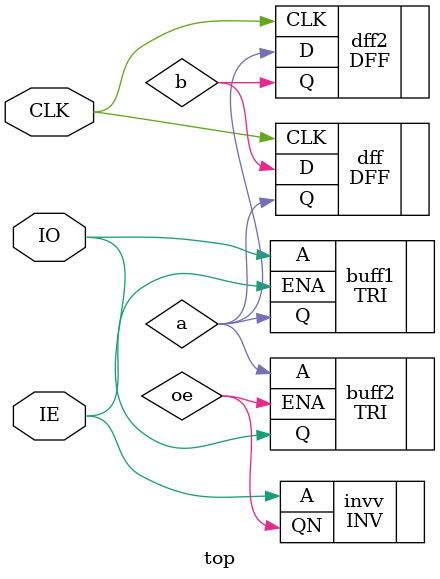
<source format=v>
module top(input CLK, IE, inout IO);
  wire a, b;
  DFF dff(.CLK(CLK), .D(b), .Q(a));
  DFF dff2(.CLK(CLK), .D(a), .Q(b));

  wire oe;
  INV invv(.A(IE), .QN(oe));
  TRI buff1(.A(IO), .ENA(IE), .Q(a));
  TRI buff2(.A(a), .ENA(oe), .Q(IO));

endmodule

</source>
